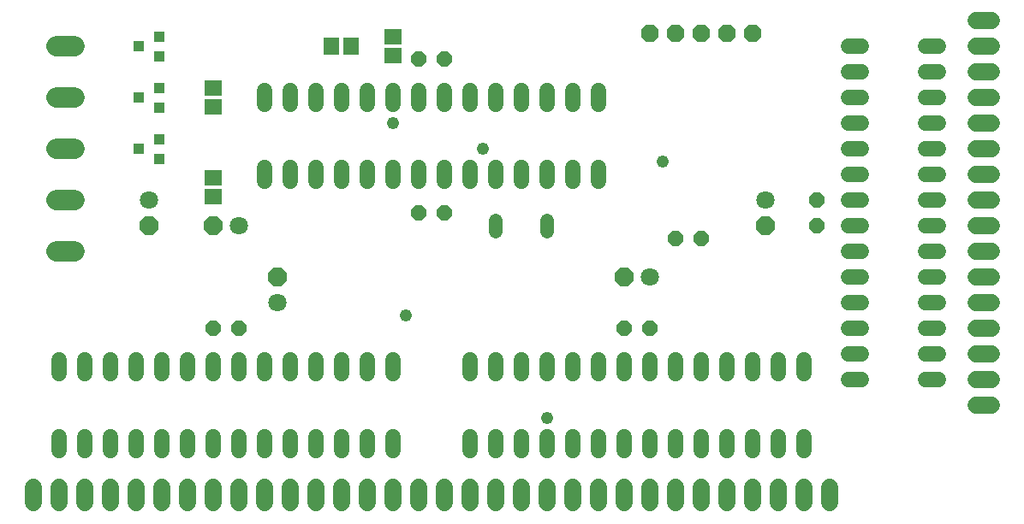
<source format=gts>
G75*
%MOIN*%
%OFA0B0*%
%FSLAX24Y24*%
%IPPOS*%
%LPD*%
%AMOC8*
5,1,8,0,0,1.08239X$1,22.5*
%
%ADD10C,0.0600*%
%ADD11OC8,0.0710*%
%ADD12C,0.0710*%
%ADD13OC8,0.0600*%
%ADD14C,0.0680*%
%ADD15C,0.0785*%
%ADD16R,0.0710X0.0592*%
%ADD17C,0.0520*%
%ADD18R,0.0592X0.0710*%
%ADD19R,0.0430X0.0390*%
%ADD20OC8,0.0680*%
%ADD21C,0.0480*%
D10*
X001850Y002840D02*
X001850Y003360D01*
X002850Y003360D02*
X002850Y002840D01*
X003850Y002840D02*
X003850Y003360D01*
X004850Y003360D02*
X004850Y002840D01*
X005850Y002840D02*
X005850Y003360D01*
X006850Y003360D02*
X006850Y002840D01*
X007850Y002840D02*
X007850Y003360D01*
X008850Y003360D02*
X008850Y002840D01*
X009850Y002840D02*
X009850Y003360D01*
X010850Y003360D02*
X010850Y002840D01*
X011850Y002840D02*
X011850Y003360D01*
X012850Y003360D02*
X012850Y002840D01*
X013850Y002840D02*
X013850Y003360D01*
X014850Y003360D02*
X014850Y002840D01*
X017850Y002840D02*
X017850Y003360D01*
X018850Y003360D02*
X018850Y002840D01*
X019850Y002840D02*
X019850Y003360D01*
X020850Y003360D02*
X020850Y002840D01*
X021850Y002840D02*
X021850Y003360D01*
X022850Y003360D02*
X022850Y002840D01*
X023850Y002840D02*
X023850Y003360D01*
X024850Y003360D02*
X024850Y002840D01*
X025850Y002840D02*
X025850Y003360D01*
X026850Y003360D02*
X026850Y002840D01*
X027850Y002840D02*
X027850Y003360D01*
X028850Y003360D02*
X028850Y002840D01*
X029850Y002840D02*
X029850Y003360D01*
X030850Y003360D02*
X030850Y002840D01*
X032590Y005600D02*
X033110Y005600D01*
X033110Y006600D02*
X032590Y006600D01*
X032590Y007600D02*
X033110Y007600D01*
X033110Y008600D02*
X032590Y008600D01*
X032590Y009600D02*
X033110Y009600D01*
X033110Y010600D02*
X032590Y010600D01*
X032590Y011600D02*
X033110Y011600D01*
X033110Y012600D02*
X032590Y012600D01*
X032590Y013600D02*
X033110Y013600D01*
X033110Y014600D02*
X032590Y014600D01*
X032590Y015600D02*
X033110Y015600D01*
X033110Y016600D02*
X032590Y016600D01*
X032590Y017600D02*
X033110Y017600D01*
X033110Y018600D02*
X032590Y018600D01*
X035590Y018600D02*
X036110Y018600D01*
X036110Y017600D02*
X035590Y017600D01*
X035590Y016600D02*
X036110Y016600D01*
X036110Y015600D02*
X035590Y015600D01*
X035590Y014600D02*
X036110Y014600D01*
X036110Y013600D02*
X035590Y013600D01*
X035590Y012600D02*
X036110Y012600D01*
X036110Y011600D02*
X035590Y011600D01*
X035590Y010600D02*
X036110Y010600D01*
X036110Y009600D02*
X035590Y009600D01*
X035590Y008600D02*
X036110Y008600D01*
X036110Y007600D02*
X035590Y007600D01*
X035590Y006600D02*
X036110Y006600D01*
X036110Y005600D02*
X035590Y005600D01*
X030850Y005840D02*
X030850Y006360D01*
X029850Y006360D02*
X029850Y005840D01*
X028850Y005840D02*
X028850Y006360D01*
X027850Y006360D02*
X027850Y005840D01*
X026850Y005840D02*
X026850Y006360D01*
X025850Y006360D02*
X025850Y005840D01*
X024850Y005840D02*
X024850Y006360D01*
X023850Y006360D02*
X023850Y005840D01*
X022850Y005840D02*
X022850Y006360D01*
X021850Y006360D02*
X021850Y005840D01*
X020850Y005840D02*
X020850Y006360D01*
X019850Y006360D02*
X019850Y005840D01*
X018850Y005840D02*
X018850Y006360D01*
X017850Y006360D02*
X017850Y005840D01*
X014850Y005840D02*
X014850Y006360D01*
X013850Y006360D02*
X013850Y005840D01*
X012850Y005840D02*
X012850Y006360D01*
X011850Y006360D02*
X011850Y005840D01*
X010850Y005840D02*
X010850Y006360D01*
X009850Y006360D02*
X009850Y005840D01*
X008850Y005840D02*
X008850Y006360D01*
X007850Y006360D02*
X007850Y005840D01*
X006850Y005840D02*
X006850Y006360D01*
X005850Y006360D02*
X005850Y005840D01*
X004850Y005840D02*
X004850Y006360D01*
X003850Y006360D02*
X003850Y005840D01*
X002850Y005840D02*
X002850Y006360D01*
X001850Y006360D02*
X001850Y005840D01*
X009850Y013340D02*
X009850Y013860D01*
X010850Y013860D02*
X010850Y013340D01*
X011850Y013340D02*
X011850Y013860D01*
X012850Y013860D02*
X012850Y013340D01*
X013850Y013340D02*
X013850Y013860D01*
X014850Y013860D02*
X014850Y013340D01*
X015850Y013340D02*
X015850Y013860D01*
X016850Y013860D02*
X016850Y013340D01*
X017850Y013340D02*
X017850Y013860D01*
X018850Y013860D02*
X018850Y013340D01*
X019850Y013340D02*
X019850Y013860D01*
X020850Y013860D02*
X020850Y013340D01*
X021850Y013340D02*
X021850Y013860D01*
X022850Y013860D02*
X022850Y013340D01*
X022850Y016340D02*
X022850Y016860D01*
X021850Y016860D02*
X021850Y016340D01*
X020850Y016340D02*
X020850Y016860D01*
X019850Y016860D02*
X019850Y016340D01*
X018850Y016340D02*
X018850Y016860D01*
X017850Y016860D02*
X017850Y016340D01*
X016850Y016340D02*
X016850Y016860D01*
X015850Y016860D02*
X015850Y016340D01*
X014850Y016340D02*
X014850Y016860D01*
X013850Y016860D02*
X013850Y016340D01*
X012850Y016340D02*
X012850Y016860D01*
X011850Y016860D02*
X011850Y016340D01*
X010850Y016340D02*
X010850Y016860D01*
X009850Y016860D02*
X009850Y016340D01*
D11*
X007850Y011600D03*
X005350Y011600D03*
X010350Y009600D03*
X023850Y009600D03*
X029350Y011600D03*
D12*
X029350Y012600D03*
X024850Y009600D03*
X010350Y008600D03*
X008850Y011600D03*
X005350Y012600D03*
D13*
X007850Y007600D03*
X008850Y007600D03*
X015850Y012100D03*
X016850Y012100D03*
X023850Y007600D03*
X024850Y007600D03*
X025850Y011100D03*
X026850Y011100D03*
X031350Y011600D03*
X031350Y012600D03*
X016850Y018100D03*
X015850Y018100D03*
D14*
X000850Y001400D02*
X000850Y000800D01*
X001850Y000800D02*
X001850Y001400D01*
X002850Y001400D02*
X002850Y000800D01*
X003850Y000800D02*
X003850Y001400D01*
X004850Y001400D02*
X004850Y000800D01*
X005850Y000800D02*
X005850Y001400D01*
X006850Y001400D02*
X006850Y000800D01*
X007850Y000800D02*
X007850Y001400D01*
X008850Y001400D02*
X008850Y000800D01*
X009850Y000800D02*
X009850Y001400D01*
X010850Y001400D02*
X010850Y000800D01*
X011850Y000800D02*
X011850Y001400D01*
X012850Y001400D02*
X012850Y000800D01*
X013850Y000800D02*
X013850Y001400D01*
X014850Y001400D02*
X014850Y000800D01*
X015850Y000800D02*
X015850Y001400D01*
X016850Y001400D02*
X016850Y000800D01*
X017850Y000800D02*
X017850Y001400D01*
X018850Y001400D02*
X018850Y000800D01*
X019850Y000800D02*
X019850Y001400D01*
X020850Y001400D02*
X020850Y000800D01*
X021850Y000800D02*
X021850Y001400D01*
X022850Y001400D02*
X022850Y000800D01*
X023850Y000800D02*
X023850Y001400D01*
X024850Y001400D02*
X024850Y000800D01*
X025850Y000800D02*
X025850Y001400D01*
X026850Y001400D02*
X026850Y000800D01*
X027850Y000800D02*
X027850Y001400D01*
X028850Y001400D02*
X028850Y000800D01*
X029850Y000800D02*
X029850Y001400D01*
X030850Y001400D02*
X030850Y000800D01*
X031850Y000800D02*
X031850Y001400D01*
X037550Y004600D02*
X038150Y004600D01*
X038150Y005600D02*
X037550Y005600D01*
X037550Y006600D02*
X038150Y006600D01*
X038150Y007600D02*
X037550Y007600D01*
X037550Y008600D02*
X038150Y008600D01*
X038150Y009600D02*
X037550Y009600D01*
X037550Y010600D02*
X038150Y010600D01*
X038150Y011600D02*
X037550Y011600D01*
X037550Y012600D02*
X038150Y012600D01*
X038150Y013600D02*
X037550Y013600D01*
X037550Y014600D02*
X038150Y014600D01*
X038150Y015600D02*
X037550Y015600D01*
X037550Y016600D02*
X038150Y016600D01*
X038150Y017600D02*
X037550Y017600D01*
X037550Y018600D02*
X038150Y018600D01*
X038150Y019600D02*
X037550Y019600D01*
D15*
X002453Y018600D02*
X001748Y018600D01*
X001748Y016600D02*
X002453Y016600D01*
X002453Y014600D02*
X001748Y014600D01*
X001748Y012600D02*
X002453Y012600D01*
X002453Y010600D02*
X001748Y010600D01*
D16*
X007850Y012726D03*
X007850Y013474D03*
X007850Y016226D03*
X007850Y016974D03*
X014850Y018226D03*
X014850Y018974D03*
D17*
X018850Y011820D02*
X018850Y011380D01*
X020850Y011380D02*
X020850Y011820D01*
D18*
X013224Y018600D03*
X012476Y018600D03*
D19*
X005750Y018970D03*
X004950Y018590D03*
X005750Y018210D03*
X005750Y016970D03*
X004950Y016590D03*
X005750Y016210D03*
X005750Y014970D03*
X004950Y014590D03*
X005750Y014210D03*
D20*
X024850Y019100D03*
X025850Y019100D03*
X026850Y019100D03*
X027850Y019100D03*
X028850Y019100D03*
D21*
X025350Y014100D03*
X018350Y014600D03*
X014850Y015600D03*
X015350Y008100D03*
X020850Y004100D03*
M02*

</source>
